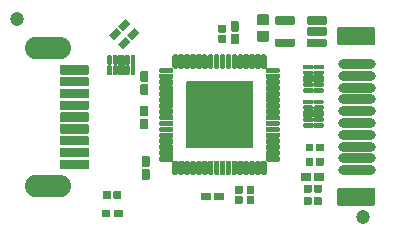
<source format=gts>
G04 Layer: TopSolderMaskLayer*
G04 EasyEDA Pro v1.8.39, 2022-10-27 11:15:30*
G04 Gerber Generator version 0.3*
G04 Scale: 100 percent, Rotated: No, Reflected: No*
G04 Dimensions in millimeters*
G04 Leading zeros omitted, absolute positions, 3 integers and 3 decimals*
%FSLAX33Y33*%
%MOMM*%
%ADD10O,3.899865X1.900885*%
%ADD11C,1.20396*%
%ADD12O,3.203199X0.803199*%
G75*


G04 Pad Start*
G36*
G01X18888Y16563D02*
G01X18348Y16563D01*
G03X18297Y16512I0J-51D01*
G01Y15947D01*
G03X18348Y15896I51J0D01*
G01X18888D01*
G03X18939Y15947I0J51D01*
G01Y16512D01*
G03X18888Y16563I-51J0D01*
G37*
G36*
G01X18888Y17429D02*
G01X18348Y17429D01*
G03X18297Y17378I0J-51D01*
G01Y16812D01*
G03X18348Y16762I51J0D01*
G01X18888D01*
G03X18939Y16812I0J51D01*
G01Y17378D01*
G03X18888Y17429I-51J0D01*
G37*
G36*
G01X21903Y14804D02*
G01X21903Y13804D01*
G03X22005Y13703I102J0D01*
G01X22275D01*
G03X22376Y13804I0J102D01*
G01Y14804D01*
G03X22275Y14906I-102J0D01*
G01X22005D01*
G03X21903Y14804I0J-102D01*
G37*
G36*
G01X21403Y14804D02*
G01X21403Y13804D01*
G03X21505Y13703I102J0D01*
G01X21775D01*
G03X21876Y13804I0J102D01*
G01Y14804D01*
G03X21775Y14906I-102J0D01*
G01X21505D01*
G03X21403Y14804I0J-102D01*
G37*
G36*
G01X20903Y14804D02*
G01X20903Y13804D01*
G03X21005Y13703I102J0D01*
G01X21275D01*
G03X21376Y13804I0J102D01*
G01Y14804D01*
G03X21275Y14906I-102J0D01*
G01X21005D01*
G03X20903Y14804I0J-102D01*
G37*
G36*
G01X20403Y14804D02*
G01X20403Y13804D01*
G03X20505Y13703I102J0D01*
G01X20775D01*
G03X20876Y13804I0J102D01*
G01Y14804D01*
G03X20775Y14906I-102J0D01*
G01X20505D01*
G03X20403Y14804I0J-102D01*
G37*
G36*
G01X19903Y14804D02*
G01X19903Y13804D01*
G03X20005Y13703I102J0D01*
G01X20275D01*
G03X20376Y13804I0J102D01*
G01Y14804D01*
G03X20275Y14906I-102J0D01*
G01X20005D01*
G03X19903Y14804I0J-102D01*
G37*
G36*
G01X19403Y14804D02*
G01X19403Y13804D01*
G03X19505Y13703I102J0D01*
G01X19775D01*
G03X19876Y13804I0J102D01*
G01Y14804D01*
G03X19775Y14906I-102J0D01*
G01X19505D01*
G03X19403Y14804I0J-102D01*
G37*
G36*
G01X18903Y14804D02*
G01X18903Y13804D01*
G03X19005Y13703I102J0D01*
G01X19275D01*
G03X19376Y13804I0J102D01*
G01Y14804D01*
G03X19275Y14906I-102J0D01*
G01X19005D01*
G03X18903Y14804I0J-102D01*
G37*
G36*
G01X18403Y14804D02*
G01X18403Y13804D01*
G03X18505Y13703I102J0D01*
G01X18775D01*
G03X18876Y13804I0J102D01*
G01Y14804D01*
G03X18775Y14906I-102J0D01*
G01X18505D01*
G03X18403Y14804I0J-102D01*
G37*
G36*
G01X17903Y14804D02*
G01X17903Y13804D01*
G03X18005Y13703I102J0D01*
G01X18275D01*
G03X18376Y13804I0J102D01*
G01Y14804D01*
G03X18275Y14906I-102J0D01*
G01X18005D01*
G03X17903Y14804I0J-102D01*
G37*
G36*
G01X17403Y14804D02*
G01X17403Y13804D01*
G03X17505Y13703I102J0D01*
G01X17775D01*
G03X17876Y13804I0J102D01*
G01Y14804D01*
G03X17775Y14906I-102J0D01*
G01X17505D01*
G03X17403Y14804I0J-102D01*
G37*
G36*
G01X16903Y14804D02*
G01X16903Y13804D01*
G03X17005Y13703I102J0D01*
G01X17275D01*
G03X17376Y13804I0J102D01*
G01Y14804D01*
G03X17275Y14906I-102J0D01*
G01X17005D01*
G03X16903Y14804I0J-102D01*
G37*
G36*
G01X16403Y14804D02*
G01X16403Y13804D01*
G03X16505Y13703I102J0D01*
G01X16775D01*
G03X16876Y13804I0J102D01*
G01Y14804D01*
G03X16775Y14906I-102J0D01*
G01X16505D01*
G03X16403Y14804I0J-102D01*
G37*
G36*
G01X15903Y14804D02*
G01X15903Y13804D01*
G03X16005Y13703I102J0D01*
G01X16275D01*
G03X16376Y13804I0J102D01*
G01Y14804D01*
G03X16275Y14906I-102J0D01*
G01X16005D01*
G03X15903Y14804I0J-102D01*
G37*
G36*
G01X15403Y14804D02*
G01X15403Y13804D01*
G03X15505Y13703I102J0D01*
G01X15775D01*
G03X15876Y13804I0J102D01*
G01Y14804D01*
G03X15775Y14906I-102J0D01*
G01X15505D01*
G03X15403Y14804I0J-102D01*
G37*
G36*
G01X14903Y14804D02*
G01X14903Y13804D01*
G03X15005Y13703I102J0D01*
G01X15275D01*
G03X15376Y13804I0J102D01*
G01Y14804D01*
G03X15275Y14906I-102J0D01*
G01X15005D01*
G03X14903Y14804I0J-102D01*
G37*
G36*
G01X14403Y14804D02*
G01X14403Y13804D01*
G03X14505Y13703I102J0D01*
G01X14775D01*
G03X14876Y13804I0J102D01*
G01Y14804D01*
G03X14775Y14906I-102J0D01*
G01X14505D01*
G03X14403Y14804I0J-102D01*
G37*
G36*
G01X22390Y13318D02*
G01X23390Y13318D01*
G03X23491Y13419I0J102D01*
G01Y13689D01*
G03X23390Y13791I-102J0D01*
G01X22390D01*
G03X22288Y13689I0J-102D01*
G01Y13419D01*
G03X22390Y13318I102J0D01*
G37*
G36*
G01X22390Y12818D02*
G01X23390Y12818D01*
G03X23491Y12919I0J102D01*
G01Y13189D01*
G03X23390Y13291I-102J0D01*
G01X22390D01*
G03X22288Y13189I0J-102D01*
G01Y12919D01*
G03X22390Y12818I102J0D01*
G37*
G36*
G01X22390Y12318D02*
G01X23390Y12318D01*
G03X23491Y12419I0J102D01*
G01Y12689D01*
G03X23390Y12791I-102J0D01*
G01X22390D01*
G03X22288Y12689I0J-102D01*
G01Y12419D01*
G03X22390Y12318I102J0D01*
G37*
G36*
G01X22390Y11818D02*
G01X23390Y11818D01*
G03X23491Y11919I0J102D01*
G01Y12189D01*
G03X23390Y12291I-102J0D01*
G01X22390D01*
G03X22288Y12189I0J-102D01*
G01Y11919D01*
G03X22390Y11818I102J0D01*
G37*
G36*
G01X22390Y11318D02*
G01X23390Y11318D01*
G03X23491Y11419I0J102D01*
G01Y11689D01*
G03X23390Y11791I-102J0D01*
G01X22390D01*
G03X22288Y11689I0J-102D01*
G01Y11419D01*
G03X22390Y11318I102J0D01*
G37*
G36*
G01X22390Y10818D02*
G01X23390Y10818D01*
G03X23491Y10919I0J102D01*
G01Y11189D01*
G03X23390Y11291I-102J0D01*
G01X22390D01*
G03X22288Y11189I0J-102D01*
G01Y10919D01*
G03X22390Y10818I102J0D01*
G37*
G36*
G01X22390Y10318D02*
G01X23390Y10318D01*
G03X23491Y10419I0J102D01*
G01Y10689D01*
G03X23390Y10791I-102J0D01*
G01X22390D01*
G03X22288Y10689I0J-102D01*
G01Y10419D01*
G03X22390Y10318I102J0D01*
G37*
G36*
G01X22390Y9818D02*
G01X23390Y9818D01*
G03X23491Y9919I0J102D01*
G01Y10189D01*
G03X23390Y10291I-102J0D01*
G01X22390D01*
G03X22288Y10189I0J-102D01*
G01Y9919D01*
G03X22390Y9818I102J0D01*
G37*
G36*
G01X22390Y9318D02*
G01X23390Y9318D01*
G03X23491Y9419I0J102D01*
G01Y9689D01*
G03X23390Y9791I-102J0D01*
G01X22390D01*
G03X22288Y9689I0J-102D01*
G01Y9419D01*
G03X22390Y9318I102J0D01*
G37*
G36*
G01X22390Y8818D02*
G01X23390Y8818D01*
G03X23491Y8919I0J102D01*
G01Y9189D01*
G03X23390Y9291I-102J0D01*
G01X22390D01*
G03X22288Y9189I0J-102D01*
G01Y8919D01*
G03X22390Y8818I102J0D01*
G37*
G36*
G01X22390Y8318D02*
G01X23390Y8318D01*
G03X23491Y8419I0J102D01*
G01Y8689D01*
G03X23390Y8791I-102J0D01*
G01X22390D01*
G03X22288Y8689I0J-102D01*
G01Y8419D01*
G03X22390Y8318I102J0D01*
G37*
G36*
G01X22390Y7818D02*
G01X23390Y7818D01*
G03X23491Y7919I0J102D01*
G01Y8189D01*
G03X23390Y8291I-102J0D01*
G01X22390D01*
G03X22288Y8189I0J-102D01*
G01Y7919D01*
G03X22390Y7818I102J0D01*
G37*
G36*
G01X22390Y7318D02*
G01X23390Y7318D01*
G03X23491Y7419I0J102D01*
G01Y7689D01*
G03X23390Y7791I-102J0D01*
G01X22390D01*
G03X22288Y7689I0J-102D01*
G01Y7419D01*
G03X22390Y7318I102J0D01*
G37*
G36*
G01X22390Y6818D02*
G01X23390Y6818D01*
G03X23491Y6919I0J102D01*
G01Y7189D01*
G03X23390Y7291I-102J0D01*
G01X22390D01*
G03X22288Y7189I0J-102D01*
G01Y6919D01*
G03X22390Y6818I102J0D01*
G37*
G36*
G01X22390Y6318D02*
G01X23390Y6318D01*
G03X23491Y6419I0J102D01*
G01Y6689D01*
G03X23390Y6791I-102J0D01*
G01X22390D01*
G03X22288Y6689I0J-102D01*
G01Y6419D01*
G03X22390Y6318I102J0D01*
G37*
G36*
G01X22390Y5818D02*
G01X23390Y5818D01*
G03X23491Y5919I0J102D01*
G01Y6189D01*
G03X23390Y6291I-102J0D01*
G01X22390D01*
G03X22288Y6189I0J-102D01*
G01Y5919D01*
G03X22390Y5818I102J0D01*
G37*
G36*
G01X13390Y13318D02*
G01X14390Y13318D01*
G03X14491Y13419I0J102D01*
G01Y13689D01*
G03X14390Y13791I-102J0D01*
G01X13390D01*
G03X13288Y13689I0J-102D01*
G01Y13419D01*
G03X13390Y13318I102J0D01*
G37*
G36*
G01X13390Y12818D02*
G01X14390Y12818D01*
G03X14491Y12919I0J102D01*
G01Y13189D01*
G03X14390Y13291I-102J0D01*
G01X13390D01*
G03X13288Y13189I0J-102D01*
G01Y12919D01*
G03X13390Y12818I102J0D01*
G37*
G36*
G01X13390Y12318D02*
G01X14390Y12318D01*
G03X14491Y12419I0J102D01*
G01Y12689D01*
G03X14390Y12791I-102J0D01*
G01X13390D01*
G03X13288Y12689I0J-102D01*
G01Y12419D01*
G03X13390Y12318I102J0D01*
G37*
G36*
G01X13390Y11818D02*
G01X14390Y11818D01*
G03X14491Y11919I0J102D01*
G01Y12189D01*
G03X14390Y12291I-102J0D01*
G01X13390D01*
G03X13288Y12189I0J-102D01*
G01Y11919D01*
G03X13390Y11818I102J0D01*
G37*
G36*
G01X13390Y11318D02*
G01X14390Y11318D01*
G03X14491Y11419I0J102D01*
G01Y11689D01*
G03X14390Y11791I-102J0D01*
G01X13390D01*
G03X13288Y11689I0J-102D01*
G01Y11419D01*
G03X13390Y11318I102J0D01*
G37*
G36*
G01X13390Y10818D02*
G01X14390Y10818D01*
G03X14491Y10919I0J102D01*
G01Y11189D01*
G03X14390Y11291I-102J0D01*
G01X13390D01*
G03X13288Y11189I0J-102D01*
G01Y10919D01*
G03X13390Y10818I102J0D01*
G37*
G36*
G01X13390Y10318D02*
G01X14390Y10318D01*
G03X14491Y10419I0J102D01*
G01Y10689D01*
G03X14390Y10791I-102J0D01*
G01X13390D01*
G03X13288Y10689I0J-102D01*
G01Y10419D01*
G03X13390Y10318I102J0D01*
G37*
G36*
G01X13390Y9818D02*
G01X14390Y9818D01*
G03X14491Y9919I0J102D01*
G01Y10189D01*
G03X14390Y10291I-102J0D01*
G01X13390D01*
G03X13288Y10189I0J-102D01*
G01Y9919D01*
G03X13390Y9818I102J0D01*
G37*
G36*
G01X13390Y5818D02*
G01X14390Y5818D01*
G03X14491Y5919I0J102D01*
G01Y6189D01*
G03X14390Y6291I-102J0D01*
G01X13390D01*
G03X13288Y6189I0J-102D01*
G01Y5919D01*
G03X13390Y5818I102J0D01*
G37*
G36*
G01X13390Y6318D02*
G01X14390Y6318D01*
G03X14491Y6419I0J102D01*
G01Y6689D01*
G03X14390Y6791I-102J0D01*
G01X13390D01*
G03X13288Y6689I0J-102D01*
G01Y6419D01*
G03X13390Y6318I102J0D01*
G37*
G36*
G01X13390Y6818D02*
G01X14390Y6818D01*
G03X14491Y6919I0J102D01*
G01Y7189D01*
G03X14390Y7291I-102J0D01*
G01X13390D01*
G03X13288Y7189I0J-102D01*
G01Y6919D01*
G03X13390Y6818I102J0D01*
G37*
G36*
G01X13390Y7318D02*
G01X14390Y7318D01*
G03X14491Y7419I0J102D01*
G01Y7689D01*
G03X14390Y7791I-102J0D01*
G01X13390D01*
G03X13288Y7689I0J-102D01*
G01Y7419D01*
G03X13390Y7318I102J0D01*
G37*
G36*
G01X13390Y7818D02*
G01X14390Y7818D01*
G03X14491Y7919I0J102D01*
G01Y8189D01*
G03X14390Y8291I-102J0D01*
G01X13390D01*
G03X13288Y8189I0J-102D01*
G01Y7919D01*
G03X13390Y7818I102J0D01*
G37*
G36*
G01X13390Y8318D02*
G01X14390Y8318D01*
G03X14491Y8419I0J102D01*
G01Y8689D01*
G03X14390Y8791I-102J0D01*
G01X13390D01*
G03X13288Y8689I0J-102D01*
G01Y8419D01*
G03X13390Y8318I102J0D01*
G37*
G36*
G01X13390Y8818D02*
G01X14390Y8818D01*
G03X14491Y8919I0J102D01*
G01Y9189D01*
G03X14390Y9291I-102J0D01*
G01X13390D01*
G03X13288Y9189I0J-102D01*
G01Y8919D01*
G03X13390Y8818I102J0D01*
G37*
G36*
G01X13390Y9318D02*
G01X14390Y9318D01*
G03X14491Y9419I0J102D01*
G01Y9689D01*
G03X14390Y9791I-102J0D01*
G01X13390D01*
G03X13288Y9689I0J-102D01*
G01Y9419D01*
G03X13390Y9318I102J0D01*
G37*
G36*
G01X21903Y5804D02*
G01X21903Y4804D01*
G03X22005Y4703I102J0D01*
G01X22275D01*
G03X22376Y4804I0J102D01*
G01Y5804D01*
G03X22275Y5906I-102J0D01*
G01X22005D01*
G03X21903Y5804I0J-102D01*
G37*
G36*
G01X21403Y5804D02*
G01X21403Y4804D01*
G03X21505Y4703I102J0D01*
G01X21775D01*
G03X21876Y4804I0J102D01*
G01Y5804D01*
G03X21775Y5906I-102J0D01*
G01X21505D01*
G03X21403Y5804I0J-102D01*
G37*
G36*
G01X20903Y5804D02*
G01X20903Y4804D01*
G03X21005Y4703I102J0D01*
G01X21275D01*
G03X21376Y4804I0J102D01*
G01Y5804D01*
G03X21275Y5906I-102J0D01*
G01X21005D01*
G03X20903Y5804I0J-102D01*
G37*
G36*
G01X20403Y5804D02*
G01X20403Y4804D01*
G03X20505Y4703I102J0D01*
G01X20775D01*
G03X20876Y4804I0J102D01*
G01Y5804D01*
G03X20775Y5906I-102J0D01*
G01X20505D01*
G03X20403Y5804I0J-102D01*
G37*
G36*
G01X19903Y5804D02*
G01X19903Y4804D01*
G03X20005Y4703I102J0D01*
G01X20275D01*
G03X20376Y4804I0J102D01*
G01Y5804D01*
G03X20275Y5906I-102J0D01*
G01X20005D01*
G03X19903Y5804I0J-102D01*
G37*
G36*
G01X19403Y5804D02*
G01X19403Y4804D01*
G03X19505Y4703I102J0D01*
G01X19775D01*
G03X19876Y4804I0J102D01*
G01Y5804D01*
G03X19775Y5906I-102J0D01*
G01X19505D01*
G03X19403Y5804I0J-102D01*
G37*
G36*
G01X18903Y5804D02*
G01X18903Y4804D01*
G03X19005Y4703I102J0D01*
G01X19275D01*
G03X19376Y4804I0J102D01*
G01Y5804D01*
G03X19275Y5906I-102J0D01*
G01X19005D01*
G03X18903Y5804I0J-102D01*
G37*
G36*
G01X18403Y5804D02*
G01X18403Y4804D01*
G03X18505Y4703I102J0D01*
G01X18775D01*
G03X18876Y4804I0J102D01*
G01Y5804D01*
G03X18775Y5906I-102J0D01*
G01X18505D01*
G03X18403Y5804I0J-102D01*
G37*
G36*
G01X17903Y5804D02*
G01X17903Y4804D01*
G03X18005Y4703I102J0D01*
G01X18275D01*
G03X18376Y4804I0J102D01*
G01Y5804D01*
G03X18275Y5906I-102J0D01*
G01X18005D01*
G03X17903Y5804I0J-102D01*
G37*
G36*
G01X17403Y5804D02*
G01X17403Y4804D01*
G03X17505Y4703I102J0D01*
G01X17775D01*
G03X17876Y4804I0J102D01*
G01Y5804D01*
G03X17775Y5906I-102J0D01*
G01X17505D01*
G03X17403Y5804I0J-102D01*
G37*
G36*
G01X16903Y5804D02*
G01X16903Y4804D01*
G03X17005Y4703I102J0D01*
G01X17275D01*
G03X17376Y4804I0J102D01*
G01Y5804D01*
G03X17275Y5906I-102J0D01*
G01X17005D01*
G03X16903Y5804I0J-102D01*
G37*
G36*
G01X16403Y5804D02*
G01X16403Y4804D01*
G03X16505Y4703I102J0D01*
G01X16775D01*
G03X16876Y4804I0J102D01*
G01Y5804D01*
G03X16775Y5906I-102J0D01*
G01X16505D01*
G03X16403Y5804I0J-102D01*
G37*
G36*
G01X15903Y5804D02*
G01X15903Y4804D01*
G03X16005Y4703I102J0D01*
G01X16275D01*
G03X16376Y4804I0J102D01*
G01Y5804D01*
G03X16275Y5906I-102J0D01*
G01X16005D01*
G03X15903Y5804I0J-102D01*
G37*
G36*
G01X15403Y5804D02*
G01X15403Y4804D01*
G03X15505Y4703I102J0D01*
G01X15775D01*
G03X15876Y4804I0J102D01*
G01Y5804D01*
G03X15775Y5906I-102J0D01*
G01X15505D01*
G03X15403Y5804I0J-102D01*
G37*
G36*
G01X14903Y5804D02*
G01X14903Y4804D01*
G03X15005Y4703I102J0D01*
G01X15275D01*
G03X15376Y4804I0J102D01*
G01Y5804D01*
G03X15275Y5906I-102J0D01*
G01X15005D01*
G03X14903Y5804I0J-102D01*
G37*
G36*
G01X14403Y5804D02*
G01X14403Y4804D01*
G03X14505Y4703I102J0D01*
G01X14775D01*
G03X14876Y4804I0J102D01*
G01Y5804D01*
G03X14775Y5906I-102J0D01*
G01X14505D01*
G03X14403Y5804I0J-102D01*
G37*
G36*
G01X15640Y6953D02*
G01X21140Y6953D01*
G03X21241Y7054I0J102D01*
G01Y12554D01*
G03X21140Y12656I-102J0D01*
G01X15640D01*
G03X15538Y12554I0J-102D01*
G01Y7054D01*
G03X15640Y6953I102J0D01*
G37*
G36*
G01X26245Y14045D02*
G01X25571Y14045D01*
G03X25469Y13943I0J-102D01*
G01Y13743D01*
G03X25571Y13641I102J0D01*
G01X26245D01*
G03X26347Y13743I0J102D01*
G01Y13943D01*
G03X26245Y14045I-102J0D01*
G37*
G36*
G01X26245Y13545D02*
G01X25571Y13545D01*
G03X25469Y13443I0J-102D01*
G01Y13243D01*
G03X25571Y13141I102J0D01*
G01X26245D01*
G03X26347Y13243I0J102D01*
G01Y13443D01*
G03X26245Y13545I-102J0D01*
G37*
G36*
G01X27120Y13145D02*
G01X25571Y13145D01*
G03X25469Y13043I0J-102D01*
G01Y12643D01*
G03X25571Y12541I102J0D01*
G01X27120D01*
G03X27222Y12643I0J102D01*
G01Y13043D01*
G03X27120Y13145I-102J0D01*
G37*
G36*
G01X26245Y12545D02*
G01X25571Y12545D01*
G03X25469Y12443I0J-102D01*
G01Y12243D01*
G03X25571Y12141I102J0D01*
G01X26245D01*
G03X26347Y12243I0J102D01*
G01Y12443D01*
G03X26245Y12545I-102J0D01*
G37*
G36*
G01X26245Y12045D02*
G01X25571Y12045D01*
G03X25469Y11943I0J-102D01*
G01Y11743D01*
G03X25571Y11641I102J0D01*
G01X26245D01*
G03X26347Y11743I0J102D01*
G01Y11943D01*
G03X26245Y12045I-102J0D01*
G37*
G36*
G01X27120Y12045D02*
G01X26445Y12045D01*
G03X26344Y11943I0J-102D01*
G01Y11743D01*
G03X26445Y11641I102J0D01*
G01X27120D01*
G03X27222Y11743I0J102D01*
G01Y11943D01*
G03X27120Y12045I-102J0D01*
G37*
G36*
G01X27120Y12545D02*
G01X26445Y12545D01*
G03X26344Y12443I0J-102D01*
G01Y12243D01*
G03X26445Y12141I102J0D01*
G01X27120D01*
G03X27222Y12243I0J102D01*
G01Y12443D01*
G03X27120Y12545I-102J0D01*
G37*
G36*
G01X27120Y13545D02*
G01X26445Y13545D01*
G03X26344Y13443I0J-102D01*
G01Y13243D01*
G03X26445Y13141I102J0D01*
G01X27120D01*
G03X27222Y13243I0J102D01*
G01Y13443D01*
G03X27120Y13545I-102J0D01*
G37*
G36*
G01X27120Y14045D02*
G01X26445Y14045D01*
G03X26344Y13943I0J-102D01*
G01Y13743D01*
G03X26445Y13641I102J0D01*
G01X27120D01*
G03X27222Y13743I0J102D01*
G01Y13943D01*
G03X27120Y14045I-102J0D01*
G37*
G36*
G01X26240Y11082D02*
G01X25565Y11082D01*
G03X25463Y10981I0J-102D01*
G01Y10781D01*
G03X25565Y10679I102J0D01*
G01X26240D01*
G03X26341Y10781I0J102D01*
G01Y10981D01*
G03X26240Y11082I-102J0D01*
G37*
G36*
G01X26240Y10582D02*
G01X25565Y10582D01*
G03X25463Y10481I0J-102D01*
G01Y10281D01*
G03X25565Y10179I102J0D01*
G01X26240D01*
G03X26341Y10281I0J102D01*
G01Y10481D01*
G03X26240Y10582I-102J0D01*
G37*
G36*
G01X27115Y10182D02*
G01X25565Y10182D01*
G03X25463Y10081I0J-102D01*
G01Y9681D01*
G03X25565Y9579I102J0D01*
G01X27115D01*
G03X27216Y9681I0J102D01*
G01Y10081D01*
G03X27115Y10182I-102J0D01*
G37*
G36*
G01X26240Y9582D02*
G01X25565Y9582D01*
G03X25463Y9481I0J-102D01*
G01Y9281D01*
G03X25565Y9179I102J0D01*
G01X26240D01*
G03X26341Y9281I0J102D01*
G01Y9481D01*
G03X26240Y9582I-102J0D01*
G37*
G36*
G01X26240Y9082D02*
G01X25565Y9082D01*
G03X25463Y8981I0J-102D01*
G01Y8781D01*
G03X25565Y8679I102J0D01*
G01X26240D01*
G03X26341Y8781I0J102D01*
G01Y8981D01*
G03X26240Y9082I-102J0D01*
G37*
G36*
G01X27115Y9082D02*
G01X26440Y9082D01*
G03X26338Y8981I0J-102D01*
G01Y8781D01*
G03X26440Y8679I102J0D01*
G01X27115D01*
G03X27216Y8781I0J102D01*
G01Y8981D01*
G03X27115Y9082I-102J0D01*
G37*
G36*
G01X27115Y9582D02*
G01X26440Y9582D01*
G03X26338Y9481I0J-102D01*
G01Y9281D01*
G03X26440Y9179I102J0D01*
G01X27115D01*
G03X27216Y9281I0J102D01*
G01Y9481D01*
G03X27115Y9582I-102J0D01*
G37*
G36*
G01X27115Y10582D02*
G01X26440Y10582D01*
G03X26338Y10481I0J-102D01*
G01Y10281D01*
G03X26440Y10179I102J0D01*
G01X27115D01*
G03X27216Y10281I0J102D01*
G01Y10481D01*
G03X27115Y10582I-102J0D01*
G37*
G36*
G01X27115Y11082D02*
G01X26440Y11082D01*
G03X26338Y10981I0J-102D01*
G01Y10781D01*
G03X26440Y10679I102J0D01*
G01X27115D01*
G03X27216Y10781I0J102D01*
G01Y10981D01*
G03X27115Y11082I-102J0D01*
G37*
G36*
G01X7247Y6000D02*
G01X4945Y6000D01*
G03X4895Y5950I0J-50D01*
G01Y5249D01*
G03X4945Y5199I50J0D01*
G01X7247D01*
G03X7297Y5249I0J50D01*
G01Y5950D01*
G03X7247Y6000I-50J0D01*
G37*
G36*
G01X7247Y8002D02*
G01X4945Y8002D01*
G03X4895Y7952I0J-50D01*
G01Y7251D01*
G03X4945Y7200I50J0D01*
G01X7247D01*
G03X7297Y7251I0J50D01*
G01Y7952D01*
G03X7247Y8002I-50J0D01*
G37*
G36*
G01X7247Y10001D02*
G01X4945Y10001D01*
G03X4895Y9951I0J-50D01*
G01Y9249D01*
G03X4945Y9199I50J0D01*
G01X7247D01*
G03X7297Y9249I0J50D01*
G01Y9951D01*
G03X7247Y10001I-50J0D01*
G37*
G36*
G01X7247Y12000D02*
G01X4945Y12000D01*
G03X4895Y11950I0J-50D01*
G01Y11248D01*
G03X4945Y11198I50J0D01*
G01X7247D01*
G03X7297Y11248I0J50D01*
G01Y11950D01*
G03X7247Y12000I-50J0D01*
G37*
G36*
G01X7247Y14001D02*
G01X4945Y14001D01*
G03X4895Y13951I0J-50D01*
G01Y13250D01*
G03X4945Y13200I50J0D01*
G01X7247D01*
G03X7297Y13250I0J50D01*
G01Y13951D01*
G03X7247Y14001I-50J0D01*
G37*
G36*
G01X7247Y13000D02*
G01X4945Y13000D01*
G03X4895Y12950I0J-50D01*
G01Y12249D01*
G03X4945Y12199I50J0D01*
G01X7247D01*
G03X7297Y12249I0J50D01*
G01Y12950D01*
G03X7247Y13000I-50J0D01*
G37*
G36*
G01X7247Y11001D02*
G01X4945Y11001D01*
G03X4895Y10951I0J-50D01*
G01Y10250D01*
G03X4945Y10200I50J0D01*
G01X7247D01*
G03X7297Y10250I0J50D01*
G01Y10951D01*
G03X7247Y11001I-50J0D01*
G37*
G36*
G01X7247Y9000D02*
G01X4945Y9000D01*
G03X4895Y8950I0J-50D01*
G01Y8249D01*
G03X4945Y8199I50J0D01*
G01X7247D01*
G03X7297Y8249I0J50D01*
G01Y8950D01*
G03X7247Y9000I-50J0D01*
G37*
G36*
G01X7247Y7001D02*
G01X4945Y7001D01*
G03X4895Y6951I0J-50D01*
G01Y6250D01*
G03X4945Y6200I50J0D01*
G01X7247D01*
G03X7297Y6250I0J50D01*
G01Y6951D01*
G03X7247Y7001I-50J0D01*
G37*
G54D10*
G01X3896Y3750D03*
G01X3896Y15450D03*
G36*
G01X26190Y3261D02*
G01X26190Y3801D01*
G03X26139Y3851I-51J0D01*
G01X25573D01*
G03X25523Y3801I0J-51D01*
G01Y3261D01*
G03X25573Y3210I51J0D01*
G01X26139D01*
G03X26190Y3261I0J51D01*
G37*
G36*
G01X27055Y3261D02*
G01X27055Y3801D01*
G03X27005Y3851I-51J0D01*
G01X26439D01*
G03X26388Y3801I0J-51D01*
G01Y3261D01*
G03X26439Y3210I51J0D01*
G01X27005D01*
G03X27055Y3261I0J51D01*
G37*
G36*
G01X26190Y2219D02*
G01X26190Y2759D01*
G03X26139Y2810I-51J0D01*
G01X25573D01*
G03X25523Y2759I0J-51D01*
G01Y2219D01*
G03X25573Y2168I51J0D01*
G01X26139D01*
G03X26190Y2219I0J51D01*
G37*
G36*
G01X27055Y2219D02*
G01X27055Y2759D01*
G03X27005Y2810I-51J0D01*
G01X26439D01*
G03X26388Y2759I0J-51D01*
G01Y2219D01*
G03X26439Y2168I51J0D01*
G01X27005D01*
G03X27055Y2219I0J51D01*
G37*
G36*
G01X26541Y6087D02*
G01X26541Y5547D01*
G03X26591Y5496I51J0D01*
G01X27157D01*
G03X27208Y5547I0J51D01*
G01Y6087D01*
G03X27157Y6137I-51J0D01*
G01X26591D01*
G03X26541Y6087I0J-51D01*
G37*
G36*
G01X25675Y6087D02*
G01X25675Y5547D01*
G03X25726Y5496I51J0D01*
G01X26291D01*
G03X26342Y5547I0J51D01*
G01Y6087D01*
G03X26291Y6137I-51J0D01*
G01X25726D01*
G03X25675Y6087I0J-51D01*
G37*
G36*
G01X26541Y7306D02*
G01X26541Y6766D01*
G03X26591Y6715I51J0D01*
G01X27157D01*
G03X27208Y6766I0J51D01*
G01Y7306D01*
G03X27157Y7357I-51J0D01*
G01X26591D01*
G03X26541Y7306I0J-51D01*
G37*
G36*
G01X25675Y7306D02*
G01X25675Y6766D01*
G03X25726Y6715I51J0D01*
G01X26291D01*
G03X26342Y6766I0J51D01*
G01Y7306D01*
G03X26291Y7357I-51J0D01*
G01X25726D01*
G03X25675Y7306I0J-51D01*
G37*
G36*
G01X26363Y4817D02*
G01X26363Y4277D01*
G03X26414Y4226I51J0D01*
G01X27204D01*
G03X27255Y4277I0J51D01*
G01Y4817D01*
G03X27204Y4867I-51J0D01*
G01X26414D01*
G03X26363Y4817I0J-51D01*
G37*
G36*
G01X25273Y4817D02*
G01X25273Y4277D01*
G03X25323Y4226I51J0D01*
G01X26114D01*
G03X26164Y4277I0J51D01*
G01Y4817D01*
G03X26114Y4867I-51J0D01*
G01X25323D01*
G03X25273Y4817I0J-51D01*
G37*
G36*
G01X8866Y13901D02*
G01X8866Y13226D01*
G03X8968Y13125I102J0D01*
G01X9168D01*
G03X9269Y13226I0J102D01*
G01Y13901D01*
G03X9168Y14003I-102J0D01*
G01X8968D01*
G03X8866Y13901I0J-102D01*
G37*
G36*
G01X9366Y13901D02*
G01X9366Y13226D01*
G03X9468Y13125I102J0D01*
G01X9668D01*
G03X9769Y13226I0J102D01*
G01Y13901D01*
G03X9668Y14003I-102J0D01*
G01X9468D01*
G03X9366Y13901I0J-102D01*
G37*
G36*
G01X9766Y14776D02*
G01X9766Y13226D01*
G03X9868Y13125I102J0D01*
G01X10268D01*
G03X10369Y13226I0J102D01*
G01Y14776D01*
G03X10268Y14878I-102J0D01*
G01X9868D01*
G03X9766Y14776I0J-102D01*
G37*
G36*
G01X10366Y13901D02*
G01X10366Y13226D01*
G03X10468Y13125I102J0D01*
G01X10668D01*
G03X10769Y13226I0J102D01*
G01Y13901D01*
G03X10668Y14003I-102J0D01*
G01X10468D01*
G03X10366Y13901I0J-102D01*
G37*
G36*
G01X10866Y13901D02*
G01X10866Y13226D01*
G03X10968Y13125I102J0D01*
G01X11168D01*
G03X11269Y13226I0J102D01*
G01Y13901D01*
G03X11168Y14003I-102J0D01*
G01X10968D01*
G03X10866Y13901I0J-102D01*
G37*
G36*
G01X10866Y14776D02*
G01X10866Y14101D01*
G03X10968Y13999I102J0D01*
G01X11168D01*
G03X11269Y14101I0J102D01*
G01Y14776D01*
G03X11168Y14878I-102J0D01*
G01X10968D01*
G03X10866Y14776I0J-102D01*
G37*
G36*
G01X10366Y14776D02*
G01X10366Y14101D01*
G03X10468Y13999I102J0D01*
G01X10668D01*
G03X10769Y14101I0J102D01*
G01Y14776D01*
G03X10668Y14878I-102J0D01*
G01X10468D01*
G03X10366Y14776I0J-102D01*
G37*
G36*
G01X9366Y14776D02*
G01X9366Y14101D01*
G03X9468Y13999I102J0D01*
G01X9668D01*
G03X9769Y14101I0J102D01*
G01Y14776D01*
G03X9668Y14878I-102J0D01*
G01X9468D01*
G03X9366Y14776I0J-102D01*
G37*
G36*
G01X8866Y14776D02*
G01X8866Y14101D01*
G03X8968Y13999I102J0D01*
G01X9168D01*
G03X9269Y14101I0J102D01*
G01Y14776D01*
G03X9168Y14878I-102J0D01*
G01X8968D01*
G03X8866Y14776I0J-102D01*
G37*
G36*
G01X10568Y16487D02*
G01X10950Y16105D01*
G03X11022I36J36D01*
G01X11581Y16664D01*
G03Y16736I-36J36D01*
G01X11199Y17118D01*
G03X11127I-36J-36D01*
G01X10568Y16559D01*
G03Y16487I36J-36D01*
G37*
G36*
G01X9797Y15716D02*
G01X10179Y15335D01*
G03X10251I36J36D01*
G01X10810Y15893D01*
G03Y15965I-36J36D01*
G01X10428Y16347D01*
G03X10356I-36J-36D01*
G01X9797Y15788D01*
G03Y15716I36J-36D01*
G37*
G36*
G01X9806Y17249D02*
G01X10188Y16867D01*
G03X10260I36J36D01*
G01X10819Y17426D01*
G03Y17498I-36J36D01*
G01X10437Y17880D01*
G03X10365I-36J-36D01*
G01X9806Y17321D01*
G03Y17249I36J-36D01*
G37*
G36*
G01X9035Y16478D02*
G01X9417Y16097D01*
G03X9489I36J36D01*
G01X10048Y16655D01*
G03Y16727I-36J36D01*
G01X9666Y17109D01*
G03X9594I-36J-36D01*
G01X9035Y16550D01*
G03Y16478I36J-36D01*
G37*
G36*
G01X25873Y15539D02*
G01X27373Y15539D01*
G03X27475Y15640I0J102D01*
G01Y16140D01*
G03X27373Y16242I-102J0D01*
G01X25873D01*
G03X25771Y16140I0J-102D01*
G01Y15640D01*
G03X25873Y15539I102J0D01*
G37*
G36*
G01X25873Y16489D02*
G01X27373Y16489D01*
G03X27475Y16590I0J102D01*
G01Y17090D01*
G03X27373Y17192I-102J0D01*
G01X25873D01*
G03X25771Y17090I0J-102D01*
G01Y16590D01*
G03X25873Y16489I102J0D01*
G37*
G36*
G01X25873Y17439D02*
G01X27373Y17439D01*
G03X27475Y17540I0J102D01*
G01Y18040D01*
G03X27373Y18142I-102J0D01*
G01X25873D01*
G03X25771Y18040I0J-102D01*
G01Y17540D01*
G03X25873Y17439I102J0D01*
G37*
G36*
G01X23173Y17439D02*
G01X24673Y17439D01*
G03X24775Y17540I0J102D01*
G01Y18040D01*
G03X24673Y18142I-102J0D01*
G01X23173D01*
G03X23071Y18040I0J-102D01*
G01Y17540D01*
G03X23173Y17439I102J0D01*
G37*
G36*
G01X23173Y15539D02*
G01X24673Y15539D01*
G03X24775Y15640I0J102D01*
G01Y16140D01*
G03X24673Y16242I-102J0D01*
G01X23173D01*
G03X23071Y16140I0J-102D01*
G01Y15640D01*
G03X23173Y15539I102J0D01*
G37*
G36*
G01X17879Y3140D02*
G01X17879Y2600D01*
G03X17930Y2549I51J0D01*
G01X18720D01*
G03X18771Y2600I0J51D01*
G01Y3140D01*
G03X18720Y3191I-51J0D01*
G01X17930D01*
G03X17879Y3140I0J-51D01*
G37*
G36*
G01X16789Y3140D02*
G01X16789Y2600D01*
G03X16840Y2549I51J0D01*
G01X17630D01*
G03X17681Y2600I0J51D01*
G01Y3140D01*
G03X17630Y3191I-51J0D01*
G01X16840D01*
G03X16789Y3140I0J-51D01*
G37*
G36*
G01X19955Y16639D02*
G01X19415Y16639D01*
G03X19364Y16589I0J-51D01*
G01Y15798D01*
G03X19415Y15748I51J0D01*
G01X19955D01*
G03X20006Y15798I0J51D01*
G01Y16589D01*
G03X19955Y16639I-51J0D01*
G37*
G36*
G01X19955Y17730D02*
G01X19415Y17730D01*
G03X19364Y17679I0J-51D01*
G01Y16889D01*
G03X19415Y16838I51J0D01*
G01X19955D01*
G03X20006Y16889I0J51D01*
G01Y17679D01*
G03X19955Y17730I-51J0D01*
G37*
G36*
G01X11871Y5396D02*
G01X12411Y5396D01*
G03X12462Y5447I0J51D01*
G01Y6237D01*
G03X12411Y6288I-51J0D01*
G01X11871D01*
G03X11820Y6237I0J-51D01*
G01Y5447D01*
G03X11871Y5396I51J0D01*
G37*
G36*
G01X11871Y4306D02*
G01X12411Y4306D01*
G03X12462Y4357I0J51D01*
G01Y5147D01*
G03X12411Y5198I-51J0D01*
G01X11871D01*
G03X11820Y5147I0J-51D01*
G01Y4357D01*
G03X11871Y4306I51J0D01*
G37*
G36*
G01X9153Y1177D02*
G01X9153Y1718D01*
G03X9102Y1769I-51J0D01*
G01X8465D01*
G03X8414Y1718I0J-51D01*
G01Y1177D01*
G03X8465Y1126I51J0D01*
G01X9102D01*
G03X9153Y1177I0J51D01*
G37*
G36*
G01X10230Y1177D02*
G01X10230Y1718D01*
G03X10179Y1769I-51J0D01*
G01X9542D01*
G03X9491Y1718I0J-51D01*
G01Y1177D01*
G03X9542Y1126I51J0D01*
G01X10179D01*
G03X10230Y1177I0J51D01*
G37*
G36*
G01X9197Y2727D02*
G01X9197Y3267D01*
G03X9146Y3318I-51J0D01*
G01X8581D01*
G03X8530Y3267I0J-51D01*
G01Y2727D01*
G03X8581Y2676I51J0D01*
G01X9146D01*
G03X9197Y2727I0J51D01*
G37*
G36*
G01X10063Y2727D02*
G01X10063Y3267D01*
G03X10012Y3318I-51J0D01*
G01X9446D01*
G03X9396Y3267I0J-51D01*
G01Y2727D01*
G03X9446Y2676I51J0D01*
G01X10012D01*
G03X10063Y2727I0J51D01*
G37*
G36*
G01X19745Y3122D02*
G01X20285Y3122D01*
G03X20336Y3173I0J51D01*
G01Y3738D01*
G03X20285Y3789I-51J0D01*
G01X19745D01*
G03X19694Y3738I0J-51D01*
G01Y3173D01*
G03X19745Y3122I51J0D01*
G37*
G36*
G01X19745Y2256D02*
G01X20285Y2256D01*
G03X20336Y2307I0J51D01*
G01Y2873D01*
G03X20285Y2923I-51J0D01*
G01X19745D01*
G03X19694Y2873I0J-51D01*
G01Y2307D01*
G03X19745Y2256I51J0D01*
G37*
G36*
G01X21276Y2923D02*
G01X20736Y2923D01*
G03X20685Y2873I0J-51D01*
G01Y2307D01*
G03X20736Y2256I51J0D01*
G01X21276D01*
G03X21327Y2307I0J51D01*
G01Y2873D01*
G03X21276Y2923I-51J0D01*
G37*
G36*
G01X21276Y3789D02*
G01X20736Y3789D01*
G03X20685Y3738I0J-51D01*
G01Y3173D01*
G03X20736Y3122I51J0D01*
G01X21276D01*
G03X21327Y3173I0J51D01*
G01Y3738D01*
G03X21276Y3789I-51J0D01*
G37*
G54D11*
G01X30556Y1143D03*
G01X1219Y17932D03*
G54D12*
G01X30000Y5100D03*
G01X30000Y6100D03*
G01X30000Y7100D03*
G01X30000Y8100D03*
G01X30000Y9100D03*
G01X30000Y10100D03*
G01X30000Y11100D03*
G01X30000Y12100D03*
G01X30000Y13100D03*
G01X30000Y14100D03*
G36*
G01X28476Y2097D02*
G01X31476Y2097D01*
G03X31578Y2199I0J102D01*
G01Y3499D01*
G03X31476Y3601I-102J0D01*
G01X28476D01*
G03X28374Y3499I0J-102D01*
G01Y2199D01*
G03X28476Y2097I102J0D01*
G37*
G36*
G01X28463Y15698D02*
G01X31463Y15698D01*
G03X31565Y15800I0J102D01*
G01Y17100D01*
G03X31463Y17202I-102J0D01*
G01X28463D01*
G03X28361Y17100I0J-102D01*
G01Y15800D01*
G03X28463Y15698I102J0D01*
G37*
G36*
G01X21623Y17394D02*
G01X22523Y17394D01*
G03X22573Y17445I0J51D01*
G01Y18245D01*
G03X22523Y18296I-51J0D01*
G01X21623D01*
G03X21572Y18245I0J-51D01*
G01Y17445D01*
G03X21623Y17394I51J0D01*
G37*
G36*
G01X21623Y15994D02*
G01X22523Y15994D01*
G03X22573Y16045I0J51D01*
G01Y16845D01*
G03X22523Y16896I-51J0D01*
G01X21623D01*
G03X21572Y16845I0J-51D01*
G01Y16045D01*
G03X21623Y15994I51J0D01*
G37*
G36*
G01X11744Y9663D02*
G01X12284Y9663D01*
G03X12335Y9714I0J51D01*
G01Y10504D01*
G03X12284Y10555I-51J0D01*
G01X11744D01*
G03X11693Y10504I0J-51D01*
G01Y9714D01*
G03X11744Y9663I51J0D01*
G37*
G36*
G01X11744Y8573D02*
G01X12284Y8573D01*
G03X12335Y8624I0J51D01*
G01Y9414D01*
G03X12284Y9465I-51J0D01*
G01X11744D01*
G03X11693Y9414I0J-51D01*
G01Y8624D01*
G03X11744Y8573I51J0D01*
G37*
G36*
G01X12284Y12384D02*
G01X11744Y12384D01*
G03X11693Y12333I0J-51D01*
G01Y11543D01*
G03X11744Y11492I51J0D01*
G01X12284D01*
G03X12335Y11543I0J51D01*
G01Y12333D01*
G03X12284Y12384I-51J0D01*
G37*
G36*
G01X12284Y13474D02*
G01X11744Y13474D01*
G03X11693Y13423I0J-51D01*
G01Y12633D01*
G03X11744Y12582I51J0D01*
G01X12284D01*
G03X12335Y12633I0J51D01*
G01Y13423D01*
G03X12284Y13474I-51J0D01*
G37*
G04 Pad End*

M02*

</source>
